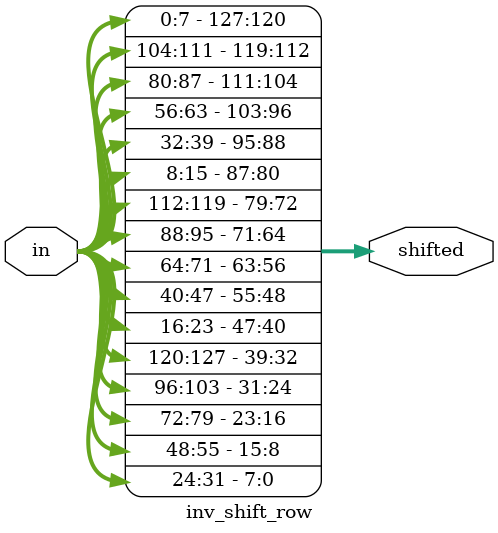
<source format=v>
`timescale 1ns / 1ps
module inv_shift_row (in, shifted);
	input [0:127] in;
	output [0:127] shifted;
	
	// First row (r = 0) is not shifted
	assign shifted[0+:8] = in[0+:8];
	assign shifted[32+:8] = in[32+:8];
	assign shifted[64+:8] = in[64+:8];
   assign shifted[96+:8] = in[96+:8];
	
	// Second row (r = 1) is cyclically right shifted by 1 offset
   assign shifted[8+:8] = in[104+:8];
   assign shifted[40+:8] = in[8+:8];
   assign shifted[72+:8] = in[40+:8];
   assign shifted[104+:8] = in[72+:8];
	
	// Third row (r = 2) is cyclically right shifted by 2 offsets
   assign shifted[16+:8] = in[80+:8];
   assign shifted[48+:8] = in[112+:8];
   assign shifted[80+:8] = in[16+:8];
   assign shifted[112+:8] = in[48+:8];
	
	// Fourth row (r = 3) is cyclically right shifted by 3 offsets
   assign shifted[24+:8] = in[56+:8];
   assign shifted[56+:8] = in[88+:8];
   assign shifted[88+:8] = in[120+:8];
   assign shifted[120+:8] = in[24+:8];

endmodule
</source>
